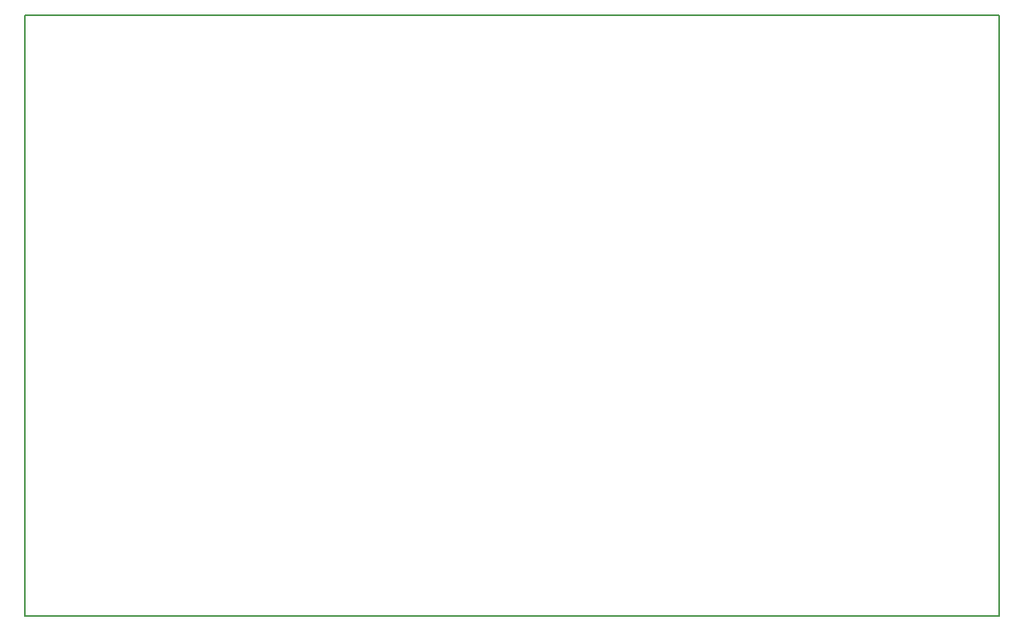
<source format=gbr>
G04 #@! TF.GenerationSoftware,KiCad,Pcbnew,(6.0.0-0)*
G04 #@! TF.CreationDate,2023-06-22T10:54:49-03:00*
G04 #@! TF.ProjectId,NNC_ControlBoard,4e4e435f-436f-46e7-9472-6f6c426f6172,rev?*
G04 #@! TF.SameCoordinates,Original*
G04 #@! TF.FileFunction,Profile,NP*
%FSLAX46Y46*%
G04 Gerber Fmt 4.6, Leading zero omitted, Abs format (unit mm)*
G04 Created by KiCad (PCBNEW (6.0.0-0)) date 2023-06-22 10:54:49*
%MOMM*%
%LPD*%
G01*
G04 APERTURE LIST*
G04 #@! TA.AperFunction,Profile*
%ADD10C,0.150000*%
G04 #@! TD*
G04 APERTURE END LIST*
D10*
X148590000Y-110490000D02*
X251460000Y-110490000D01*
X251460000Y-46990000D02*
X148590000Y-46990000D01*
X148590000Y-46990000D02*
X148590000Y-110490000D01*
X251460000Y-110490000D02*
X251460000Y-46990000D01*
M02*

</source>
